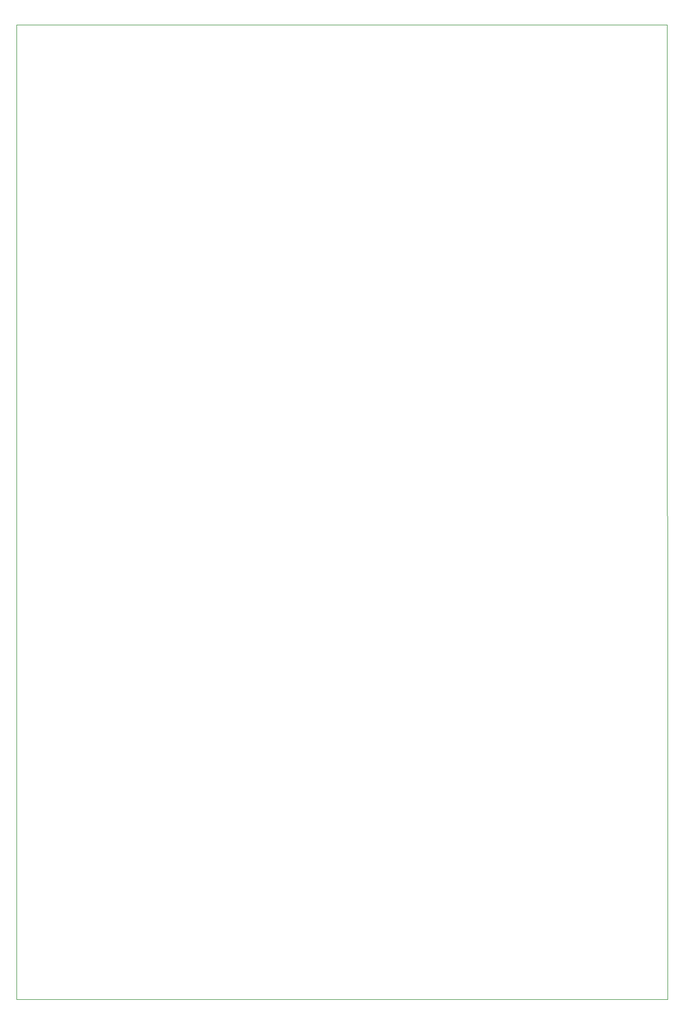
<source format=gbr>
%TF.GenerationSoftware,KiCad,Pcbnew,(5.1.12)-1*%
%TF.CreationDate,2021-12-20T08:39:49-03:00*%
%TF.ProjectId,Control,436f6e74-726f-46c2-9e6b-696361645f70,rev?*%
%TF.SameCoordinates,Original*%
%TF.FileFunction,Profile,NP*%
%FSLAX46Y46*%
G04 Gerber Fmt 4.6, Leading zero omitted, Abs format (unit mm)*
G04 Created by KiCad (PCBNEW (5.1.12)-1) date 2021-12-20 08:39:49*
%MOMM*%
%LPD*%
G01*
G04 APERTURE LIST*
%TA.AperFunction,Profile*%
%ADD10C,0.100000*%
%TD*%
G04 APERTURE END LIST*
D10*
X141732000Y-36576000D02*
X141859000Y-186690000D01*
X41529000Y-36576000D02*
X141732000Y-36576000D01*
X41529000Y-186690000D02*
X41529000Y-36576000D01*
X141859000Y-186690000D02*
X41529000Y-186690000D01*
M02*

</source>
